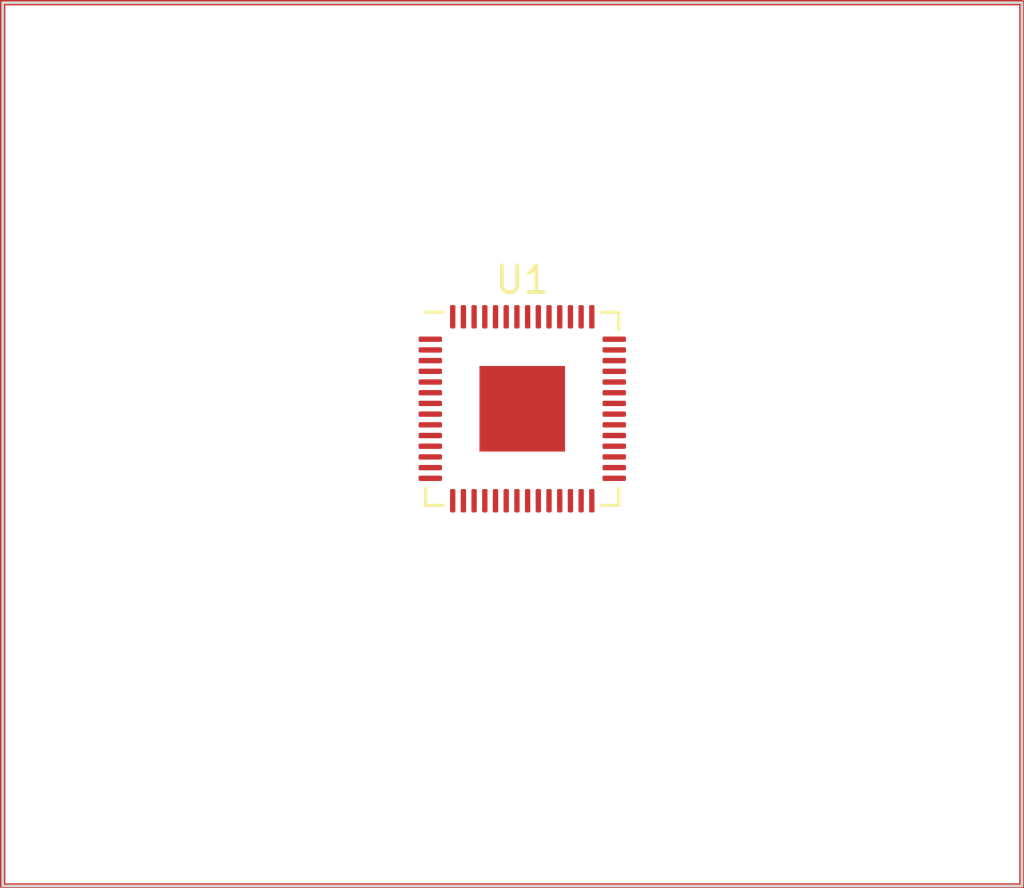
<source format=kicad_pcb>
(kicad_pcb (version 20221018) (generator pcbnew)
  (layers (0 "F.Cu" signal) (31 "B.Cu" signal) (34 "B.Paste" user) (35 "F.Paste" user) (36 "B.SilkS" user "B.Silkscreen") (37 "F.SilkS" user "F.Silkscreen") (38 "B.Mask" user) (39 "F.Mask" user) (44 "Edge.Cuts" user))
  (net 0 "")
  (net 1 "Net-(U1-ADC_AVDD)")
  (footprint "Package_DFN_QFN:QFN-56-1EP_7x7mm_P0.4mm_EP3.2x3.2mm" (layer "F.Cu") (at 110.8625 68.52)
    (fp_text reference "U1" (at 0 -4.82) (layer "F.SilkS"))
    (fp_text value "RP2040")
    (fp_line (start -3.61 3.61) (end -3.61 2.96) (stroke (width 0.12)) (layer "F.SilkS"))
    (fp_line (start -2.96 -3.61) (end -3.61 -3.61) (stroke (width 0.12)) (layer "F.SilkS"))
    (fp_line (start -2.96 3.61) (end -3.61 3.61) (stroke (width 0.12)) (layer "F.SilkS"))
    (fp_line (start 2.96 -3.61) (end 3.61 -3.61) (stroke (width 0.12)) (layer "F.SilkS"))
    (fp_line (start 2.96 3.61) (end 3.61 3.61) (stroke (width 0.12)) (layer "F.SilkS"))
    (fp_line (start 3.61 -3.61) (end 3.61 -2.96) (stroke (width 0.12)) (layer "F.SilkS"))
    (fp_line (start 3.61 3.61) (end 3.61 2.96) (stroke (width 0.12)) (layer "F.SilkS"))
    (pad "1" smd roundrect (at -3.4375 -2.6) (size 0.875 0.2) (layers "F.Cu" "F.Paste" "F.Mask") (net 1 "Net-(U1-ADC_AVDD)"))
    (pad "2" smd roundrect (at -3.4375 -2.2) (size 0.875 0.2) (layers "F.Cu" "F.Paste" "F.Mask"))
    (pad "3" smd roundrect (at -3.4375 -1.8) (size 0.875 0.2) (layers "F.Cu" "F.Paste" "F.Mask"))
    (pad "4" smd roundrect (at -3.4375 -1.4) (size 0.875 0.2) (layers "F.Cu" "F.Paste" "F.Mask"))
    (pad "5" smd roundrect (at -3.4375 -1) (size 0.875 0.2) (layers "F.Cu" "F.Paste" "F.Mask"))
    (pad "6" smd roundrect (at -3.4375 -0.6) (size 0.875 0.2) (layers "F.Cu" "F.Paste" "F.Mask"))
    (pad "7" smd roundrect (at -3.4375 -0.2) (size 0.875 0.2) (layers "F.Cu" "F.Paste" "F.Mask"))
    (pad "8" smd roundrect (at -3.4375 0.2) (size 0.875 0.2) (layers "F.Cu" "F.Paste" "F.Mask"))
    (pad "9" smd roundrect (at -3.4375 0.6) (size 0.875 0.2) (layers "F.Cu" "F.Paste" "F.Mask"))
    (pad "10" smd roundrect (at -3.4375 1) (size 0.875 0.2) (layers "F.Cu" "F.Paste" "F.Mask") (net 1 "Net-(U1-ADC_AVDD)"))
    (pad "11" smd roundrect (at -3.4375 1.4) (size 0.875 0.2) (layers "F.Cu" "F.Paste" "F.Mask"))
    (pad "12" smd roundrect (at -3.4375 1.8) (size 0.875 0.2) (layers "F.Cu" "F.Paste" "F.Mask"))
    (pad "13" smd roundrect (at -3.4375 2.2) (size 0.875 0.2) (layers "F.Cu" "F.Paste" "F.Mask"))
    (pad "14" smd roundrect (at -3.4375 2.6) (size 0.875 0.2) (layers "F.Cu" "F.Paste" "F.Mask"))
    (pad "15" smd roundrect (at -2.6 3.4375) (size 0.2 0.875) (layers "F.Cu" "F.Paste" "F.Mask"))
    (pad "16" smd roundrect (at -2.2 3.4375) (size 0.2 0.875) (layers "F.Cu" "F.Paste" "F.Mask"))
    (pad "17" smd roundrect (at -1.8 3.4375) (size 0.2 0.875) (layers "F.Cu" "F.Paste" "F.Mask"))
    (pad "18" smd roundrect (at -1.4 3.4375) (size 0.2 0.875) (layers "F.Cu" "F.Paste" "F.Mask"))
    (pad "19" smd roundrect (at -1 3.4375) (size 0.2 0.875) (layers "F.Cu" "F.Paste" "F.Mask"))
    (pad "20" smd roundrect (at -0.6 3.4375) (size 0.2 0.875) (layers "F.Cu" "F.Paste" "F.Mask"))
    (pad "21" smd roundrect (at -0.2 3.4375) (size 0.2 0.875) (layers "F.Cu" "F.Paste" "F.Mask"))
    (pad "22" smd roundrect (at 0.2 3.4375) (size 0.2 0.875) (layers "F.Cu" "F.Paste" "F.Mask") (net 1 "Net-(U1-ADC_AVDD)"))
    (pad "23" smd roundrect (at 0.6 3.4375) (size 0.2 0.875) (layers "F.Cu" "F.Paste" "F.Mask") (net 1 "Net-(U1-ADC_AVDD)"))
    (pad "24" smd roundrect (at 1 3.4375) (size 0.2 0.875) (layers "F.Cu" "F.Paste" "F.Mask"))
    (pad "25" smd roundrect (at 1.4 3.4375) (size 0.2 0.875) (layers "F.Cu" "F.Paste" "F.Mask"))
    (pad "26" smd roundrect (at 1.8 3.4375) (size 0.2 0.875) (layers "F.Cu" "F.Paste" "F.Mask"))
    (pad "27" smd roundrect (at 2.2 3.4375) (size 0.2 0.875) (layers "F.Cu" "F.Paste" "F.Mask"))
    (pad "28" smd roundrect (at 2.6 3.4375) (size 0.2 0.875) (layers "F.Cu" "F.Paste" "F.Mask"))
    (pad "29" smd roundrect (at 3.4375 2.6) (size 0.875 0.2) (layers "F.Cu" "F.Paste" "F.Mask"))
    (pad "30" smd roundrect (at 3.4375 2.2) (size 0.875 0.2) (layers "F.Cu" "F.Paste" "F.Mask"))
    (pad "31" smd roundrect (at 3.4375 1.8) (size 0.875 0.2) (layers "F.Cu" "F.Paste" "F.Mask"))
    (pad "32" smd roundrect (at 3.4375 1.4) (size 0.875 0.2) (layers "F.Cu" "F.Paste" "F.Mask"))
    (pad "33" smd roundrect (at 3.4375 1) (size 0.875 0.2) (layers "F.Cu" "F.Paste" "F.Mask") (net 1 "Net-(U1-ADC_AVDD)"))
    (pad "34" smd roundrect (at 3.4375 0.6) (size 0.875 0.2) (layers "F.Cu" "F.Paste" "F.Mask"))
    (pad "35" smd roundrect (at 3.4375 0.2) (size 0.875 0.2) (layers "F.Cu" "F.Paste" "F.Mask"))
    (pad "36" smd roundrect (at 3.4375 -0.2) (size 0.875 0.2) (layers "F.Cu" "F.Paste" "F.Mask"))
    (pad "37" smd roundrect (at 3.4375 -0.6) (size 0.875 0.2) (layers "F.Cu" "F.Paste" "F.Mask"))
    (pad "38" smd roundrect (at 3.4375 -1) (size 0.875 0.2) (layers "F.Cu" "F.Paste" "F.Mask"))
    (pad "39" smd roundrect (at 3.4375 -1.4) (size 0.875 0.2) (layers "F.Cu" "F.Paste" "F.Mask"))
    (pad "40" smd roundrect (at 3.4375 -1.8) (size 0.875 0.2) (layers "F.Cu" "F.Paste" "F.Mask"))
    (pad "41" smd roundrect (at 3.4375 -2.2) (size 0.875 0.2) (layers "F.Cu" "F.Paste" "F.Mask"))
    (pad "42" smd roundrect (at 3.4375 -2.6) (size 0.875 0.2) (layers "F.Cu" "F.Paste" "F.Mask") (net 1 "Net-(U1-ADC_AVDD)"))
    (pad "43" smd roundrect (at 2.6 -3.4375) (size 0.2 0.875) (layers "F.Cu" "F.Paste" "F.Mask") (net 1 "Net-(U1-ADC_AVDD)"))
    (pad "44" smd roundrect (at 2.2 -3.4375) (size 0.2 0.875) (layers "F.Cu" "F.Paste" "F.Mask") (net 1 "Net-(U1-ADC_AVDD)"))
    (pad "45" smd roundrect (at 1.8 -3.4375) (size 0.2 0.875) (layers "F.Cu" "F.Paste" "F.Mask") (net 1 "Net-(U1-ADC_AVDD)"))
    (pad "46" smd roundrect (at 1.4 -3.4375) (size 0.2 0.875) (layers "F.Cu" "F.Paste" "F.Mask"))
    (pad "47" smd roundrect (at 1 -3.4375) (size 0.2 0.875) (layers "F.Cu" "F.Paste" "F.Mask"))
    (pad "48" smd roundrect (at 0.6 -3.4375) (size 0.2 0.875) (layers "F.Cu" "F.Paste" "F.Mask") (net 1 "Net-(U1-ADC_AVDD)"))
    (pad "49" smd roundrect (at 0.2 -3.4375) (size 0.2 0.875) (layers "F.Cu" "F.Paste" "F.Mask") (net 1 "Net-(U1-ADC_AVDD)"))
    (pad "50" smd roundrect (at -0.2 -3.4375) (size 0.2 0.875) (layers "F.Cu" "F.Paste" "F.Mask") (net 1 "Net-(U1-ADC_AVDD)"))
    (pad "51" smd roundrect (at -0.6 -3.4375) (size 0.2 0.875) (layers "F.Cu" "F.Paste" "F.Mask"))
    (pad "52" smd roundrect (at -1 -3.4375) (size 0.2 0.875) (layers "F.Cu" "F.Paste" "F.Mask"))
    (pad "53" smd roundrect (at -1.4 -3.4375) (size 0.2 0.875) (layers "F.Cu" "F.Paste" "F.Mask"))
    (pad "54" smd roundrect (at -1.8 -3.4375) (size 0.2 0.875) (layers "F.Cu" "F.Paste" "F.Mask"))
    (pad "55" smd roundrect (at -2.2 -3.4375) (size 0.2 0.875) (layers "F.Cu" "F.Paste" "F.Mask"))
    (pad "56" smd roundrect (at -2.6 -3.4375) (size 0.2 0.875) (layers "F.Cu" "F.Paste" "F.Mask"))
    (pad "57" smd rect (at 0 0) (size 3.2 3.2) (layers "F.Cu" "F.Mask"))
  )
  (gr_rect (start 91.44 53.34) (end 129.54 86.36) (stroke (width 0.2)) (fill none) (layer "F.Cu"))
  (gr_rect (start 91.44 53.34) (end 129.54 86.36) (stroke (width 0.1)) (fill none) (layer "Edge.Cuts"))
)
</source>
